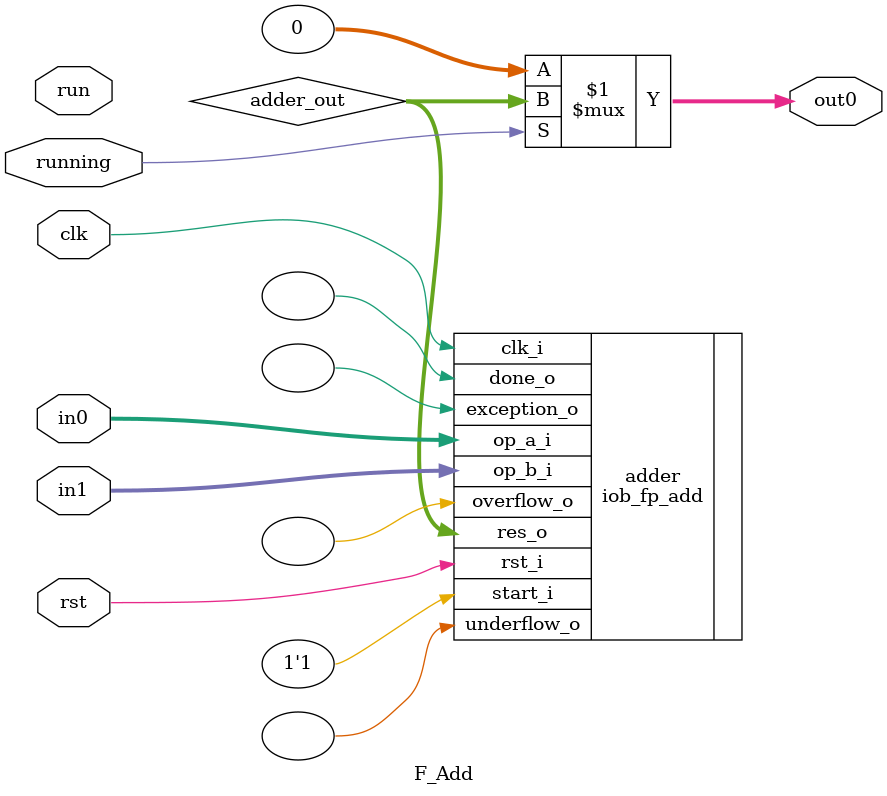
<source format=v>
`timescale 1ns / 1ps

module F_Add  #(
    parameter DATA_W = 32
    )
   (
   //control
   input clk,
   input rst,

   input running,
   input run,

   input [DATA_W-1:0] in0,
   input [DATA_W-1:0] in1,

   (* versat_latency = 5 *) output [DATA_W-1:0] out0
   );

wire [DATA_W-1:0] adder_out;

iob_fp_add adder (
  .start_i(1'b1),
  .done_o (),

  .op_a_i(in0),
  .op_b_i(in1),

  .res_o(adder_out),

  .overflow_o (),
  .underflow_o(),
  .exception_o(),

  .clk_i(clk),
  .rst_i(rst)
);

assign out0 = running ? adder_out : 0;

endmodule

</source>
